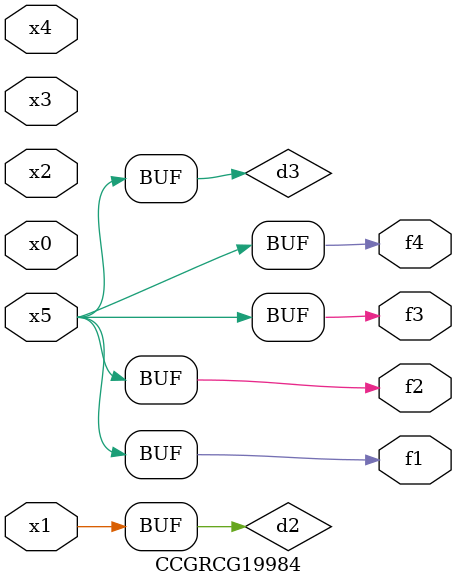
<source format=v>
module CCGRCG19984(
	input x0, x1, x2, x3, x4, x5,
	output f1, f2, f3, f4
);

	wire d1, d2, d3;

	not (d1, x5);
	or (d2, x1);
	xnor (d3, d1);
	assign f1 = d3;
	assign f2 = d3;
	assign f3 = d3;
	assign f4 = d3;
endmodule

</source>
